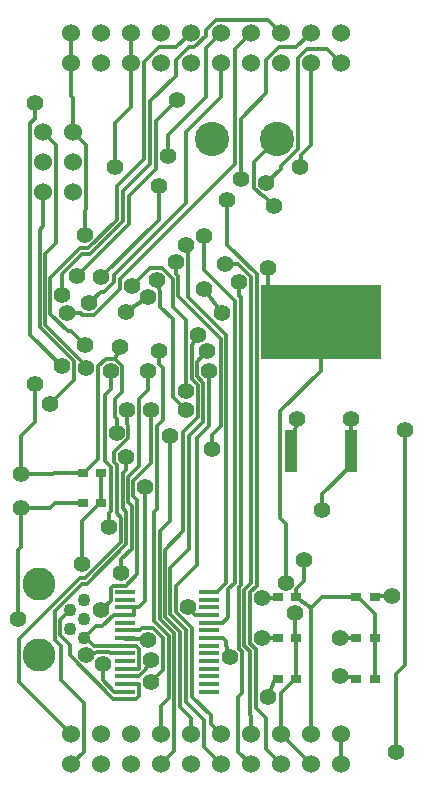
<source format=gbl>
*
*
G04 PADS 9.3.1 Build Number: 456998 generated Gerber (RS-274-X) file*
G04 PC Version=2.1*
*
%IN "BrainBoard.pcb"*%
*
%MOIN*%
*
%FSLAX35Y35*%
*
*
*
*
G04 PC Standard Apertures*
*
*
G04 Thermal Relief Aperture macro.*
%AMTER*
1,1,$1,0,0*
1,0,$1-$2,0,0*
21,0,$3,$4,0,0,45*
21,0,$3,$4,0,0,135*
%
*
*
G04 Annular Aperture macro.*
%AMANN*
1,1,$1,0,0*
1,0,$2,0,0*
%
*
*
G04 Odd Aperture macro.*
%AMODD*
1,1,$1,0,0*
1,0,$1-0.005,0,0*
%
*
*
G04 PC Custom Aperture Macros*
*
*
*
*
*
*
G04 PC Aperture Table*
*
%ADD010C,0.001*%
%ADD016R,0.038X0.03*%
%ADD026C,0.06*%
%ADD030R,0.07087X0.01772*%
%ADD037C,0.055*%
%ADD168C,0.04331*%
%ADD169C,0.11024*%
%ADD175C,0.11417*%
%ADD191C,0.012*%
%ADD192R,0.04X0.14*%
%ADD193R,0.4X0.25*%
*
*
*
*
G04 PC Circuitry*
G04 Layer Name BrainBoard.pcb - circuitry*
%LPD*%
*
*
G04 PC Custom Flashes*
G04 Layer Name BrainBoard.pcb - flashes*
%LPD*%
*
*
G04 PC Circuitry*
G04 Layer Name BrainBoard.pcb - circuitry*
%LPD*%
*
G54D10*
G54D16*
G01X31163Y95504D03*
X24963D03*
Y105504D03*
X31163D03*
X96163Y36754D03*
X89963D03*
X96163Y50504D03*
X89963D03*
X122413Y36754D03*
X116213D03*
X122413Y50504D03*
X116213D03*
Y64254D03*
X122413D03*
X96163Y64126D03*
X89963D03*
G54D26*
X11813Y219254D03*
X21813D03*
X11813Y209254D03*
X21813D03*
X11813Y199254D03*
X21813D03*
X21067Y8508D03*
Y18508D03*
X31067Y8508D03*
Y18508D03*
X41067Y8508D03*
Y18508D03*
X51067Y8508D03*
Y18508D03*
X61067Y8508D03*
Y18508D03*
X71067Y8508D03*
Y18508D03*
X81067Y8508D03*
Y18508D03*
X91067Y8508D03*
Y18508D03*
X101067Y8508D03*
Y18508D03*
X111067Y8508D03*
Y18508D03*
X21067Y242258D03*
Y252258D03*
X31067Y242258D03*
Y252258D03*
X41067Y242258D03*
Y252258D03*
X51067Y242258D03*
Y252258D03*
X61067Y242258D03*
Y252258D03*
X71067Y242258D03*
Y252258D03*
X81067Y242258D03*
Y252258D03*
X91067Y242258D03*
Y252258D03*
X101067Y242258D03*
Y252258D03*
X111067Y242258D03*
Y252258D03*
G54D30*
X67039Y65888D03*
Y63329D03*
Y60770D03*
Y58211D03*
Y55652D03*
Y53093D03*
Y50533D03*
Y47974D03*
Y45415D03*
Y42856D03*
Y40297D03*
Y37738D03*
Y35179D03*
Y32620D03*
X39087D03*
Y35179D03*
Y37738D03*
Y40297D03*
Y42856D03*
Y45415D03*
Y47974D03*
Y50533D03*
Y53093D03*
Y55652D03*
Y58211D03*
Y60770D03*
Y63329D03*
Y65888D03*
G54D37*
X129512Y12598D03*
X47874Y35780D03*
X86677Y30740D03*
X110866Y37795D03*
X26205Y44850D03*
X31748Y41827D03*
X47874Y43339D03*
X74079Y44346D03*
X3528Y56945D03*
X46866Y49890D03*
X84661Y50394D03*
X110866D03*
X31244Y59969D03*
X59969Y60976D03*
X84661Y64000D03*
X95748Y58961D03*
X128000Y64504D03*
X24693Y75087D03*
X37795Y72063D03*
X92724Y69039D03*
X98772Y76598D03*
X33764Y87685D03*
X4535Y93732D03*
X104819Y93228D03*
X4535Y105323D03*
X45858Y100787D03*
X39307Y110866D03*
X53921Y117921D03*
X68031Y113386D03*
X36283Y118929D03*
X39811Y126488D03*
X47874D03*
X59465D03*
X96252Y123465D03*
X114394D03*
X132535Y119937D03*
X9071Y135055D03*
X14110Y128504D03*
X59465Y133039D03*
X18142Y141102D03*
X25701Y148157D03*
X26205Y140598D03*
X37291Y147654D03*
X34268Y139591D03*
X46866D03*
X50394Y146142D03*
X66520D03*
X67024Y139591D03*
X63496Y151685D03*
X19654Y158740D03*
X18142Y164787D03*
X27213Y162268D03*
X39307Y159244D03*
X41323Y167811D03*
X46866Y164283D03*
X71559Y158740D03*
X65512Y166803D03*
X23181Y171339D03*
X31244Y170835D03*
X49890Y169827D03*
X55937Y175874D03*
X72567Y175370D03*
X77102Y169323D03*
X86677Y173858D03*
X25701Y184945D03*
X59465Y181417D03*
X65512Y184441D03*
X73071Y196535D03*
X88693Y194520D03*
X35780Y207622D03*
X50394Y201071D03*
X77606Y203591D03*
X86173Y202079D03*
X97260Y207622D03*
X53417Y211150D03*
X9071Y228787D03*
X56441Y229795D03*
G54D168*
X25563Y63102D03*
X20839Y59953D03*
X25563Y56803D03*
X20839Y53654D03*
X25563Y50504D03*
G54D169*
X10406Y44992D03*
Y68614D03*
G54D175*
X68063Y216754D03*
X89717D03*
G54D191*
X21067Y8508D02*
X25267Y12708D01*
Y28952*
X51067Y8508D02*
X55424Y12865D01*
Y52077*
X71067Y8508D02*
X65512Y14063D01*
Y23298*
X59465Y29345*
Y53212*
X54219Y58458*
X76867Y12708D02*
Y30898D01*
X78029Y32060*
X81067Y8508D02*
X76867Y12708D01*
X91067Y8508D02*
X86173Y13402D01*
Y23821*
X82646Y27349*
Y46736*
X80711Y48670*
X101067Y8508D02*
X91067Y18508D01*
X111067Y8508D02*
Y18508D01*
X129512Y12598D02*
Y38489D01*
X132535Y41513*
Y119937*
X21067Y18508D02*
X3694Y35881D01*
Y50113*
X51067Y18508D02*
Y28047D01*
X53624Y30604*
X61067Y18508D02*
Y23952D01*
X57449Y27571*
Y52636*
X52409Y57675*
X71067Y18508D02*
X67704Y21870D01*
Y24817*
X61480Y31042*
Y53802*
X56019Y59264*
X81067Y18508D02*
Y24545D01*
X80630Y24982*
Y46119*
X78911Y47837*
X91067Y18508D02*
Y32058D01*
X95763Y36754*
X96163*
X101067Y18508D02*
Y60693D01*
X25267Y28952D02*
X17638Y36581D01*
Y48019*
X15673Y49984*
Y59547*
X42829Y30236D02*
X43830Y31237D01*
Y35179*
X42829Y30236D02*
X35233D01*
X20661Y44808*
Y48308*
X17473Y51497*
X39087Y37738D02*
X43830D01*
X45852Y39761*
Y39774*
X47874Y43339*
X39087Y32620D02*
X35519D01*
X31748Y36392*
Y41827*
X43830Y35179D02*
X39087D01*
X47874Y35780D02*
X51824Y39730D01*
X53624Y30604D02*
Y51293D01*
X48809Y56108*
X78029Y32060D02*
Y46079D01*
X77111Y46996*
X86677Y30740D02*
X89012Y36754D01*
X89963*
X96163D02*
Y50504D01*
X116213Y36754D02*
Y37654D01*
X114913*
X110866Y37795*
X122413Y36754D02*
Y50504D01*
X26205Y44850D02*
X30236Y45858D01*
X33602*
X39087Y47974D02*
X28667D01*
X25850Y50791*
X39087Y45415D02*
X34044D01*
X33602Y45858*
X39087Y40297D02*
X43830D01*
Y46798*
X42754Y47874*
X39187*
X39087Y47974*
X51824Y39730D02*
Y50518D01*
X48421Y53921*
X77111Y46996D02*
Y67597D01*
X77606Y68092*
X78911Y47837D02*
Y66602D01*
X81134Y68824*
X74079Y44346D02*
X72762Y48378D01*
Y49554*
X71783Y50533*
X67039*
X3694Y50113D02*
X24132Y70551D01*
X25744*
X37714Y82521*
Y90634*
X3528Y56945D02*
Y80001D01*
X4535Y81009*
Y93732*
X17473Y51497D02*
Y56587D01*
X20839Y59953*
X25850Y50791D02*
X25563Y50504D01*
X29510Y54451*
X31536*
X35296Y58211*
X39087*
X42030*
Y60770*
X39087Y53093D02*
X44022D01*
X44850Y53921*
X48421*
X48809Y56108D02*
Y92562D01*
X49890Y93642*
Y121197*
X51824Y123131*
X52409Y57675D02*
Y80037D01*
X58457Y86084*
Y119179*
X63415Y124137*
X46866Y49890D02*
X42030Y50248D01*
X39087*
Y50533*
X54219Y58458D02*
Y73858D01*
X60472Y80112*
Y117933*
X65215Y122676*
X55424Y52077D02*
X50609Y56891D01*
Y86300*
X67039Y55652D02*
X71783D01*
X73575Y57444*
Y66913*
X75591Y68929*
X67039Y58211D02*
X62296D01*
X59969Y60538*
Y60976*
X80711Y48670D02*
Y65746D01*
X82934Y67969*
X84661Y50394D02*
X89963D01*
Y50504*
X96163D02*
X95748D01*
Y58961*
X110866Y50394D02*
X116213D01*
Y50504*
X122413D02*
Y58454D01*
X116613Y64254*
X116213*
X15673Y59547D02*
X24662Y68535D01*
X26273*
X39514Y81776*
Y92668*
X31244Y59969D02*
X34268Y62992D01*
Y67195*
X35104Y68031*
X39350*
X43123Y71804*
Y96688*
X42030Y60770D02*
X39087D01*
X43830*
X45858Y62798*
Y100787*
X56019Y59264D02*
Y67803D01*
X62992Y74776*
Y117074*
X67024Y121105*
Y139591*
X67039Y65888D02*
X69697D01*
X72774Y68965*
X77606Y68092D02*
Y164170D01*
X77102Y164673*
Y169323*
X82934Y67969D02*
Y171819D01*
X73071Y181682*
Y196535*
X84661Y64000D02*
X89963D01*
Y64126*
X101067Y60693D02*
X104628Y64254D01*
X116213*
X101067Y60693D02*
X96183Y64126D01*
X96163*
Y66859*
X98772Y69468*
Y76598*
X122413Y64254D02*
Y64504D01*
X128000*
X24693Y75087D02*
Y89434D01*
X30763Y95504*
X31163*
X37795Y72063D02*
Y76762D01*
X41323Y80290*
Y94693*
X72774Y68965D02*
Y151472D01*
X59969Y164277*
Y181417*
X59465*
X75591Y68929D02*
Y162975D01*
X65512Y173054*
Y184441*
X81134Y68824D02*
Y170877D01*
X76641Y175370*
X72567*
X92724Y69039D02*
Y88442D01*
X90709Y90458*
Y126104*
X33764Y87685D02*
Y92321D01*
X34263Y92821*
Y107594*
X50609Y86300D02*
X53921Y89611D01*
Y117921*
X4535Y93732D02*
X14110D01*
X15882Y95504*
X24963*
X31163D02*
Y105504D01*
X43123Y96688D02*
X41908Y97902D01*
Y102911*
X41323Y94693D02*
X40108Y95908D01*
Y104144*
X39514Y92668D02*
X38299Y93883D01*
Y105394*
X37714Y90634D02*
X36283Y92064D01*
Y108211*
X35357Y109138*
Y112502*
X104819Y93228D02*
Y98510D01*
X114313Y108004*
Y113004*
X4535Y105323D02*
Y117921D01*
X9071Y122457*
Y135055*
X4535Y105323D02*
X15084D01*
X15265Y105504*
X24963*
X25363*
X30236Y110377*
Y141145*
X32713Y143622*
X35822*
X34263Y107594D02*
X32333Y109523D01*
Y131518*
X38299Y105394D02*
X39307Y106402D01*
Y110866*
X40108Y104144D02*
X43843Y107878D01*
Y130330*
X46866Y133354*
Y139591*
X41908Y102911D02*
X47874Y108877D01*
Y126488*
X35357Y112502D02*
X37752Y114898D01*
X37838*
X40233Y117293*
Y121341*
X68031Y113386D02*
Y118163D01*
X70974Y121105*
X94313Y113004D02*
X95713D01*
Y119404*
X96252Y123465*
X114313Y113004D02*
X114394D01*
Y123465*
X40233Y121341D02*
X39811Y121763D01*
Y126488*
X36283Y118929D02*
Y123654D01*
X35861Y124077*
Y130312*
X51824Y123131D02*
Y140490D01*
X50394Y141920*
Y146142*
X63415Y124137D02*
Y134807D01*
X61274Y136948*
X59465Y126488D02*
X54929Y131024D01*
Y156946*
X50898Y160977*
Y165795*
X49890Y169827*
X65215Y122676D02*
Y135685D01*
X63074Y137826*
X70974Y121105D02*
Y150260D01*
X56734Y164500*
Y171121*
X55937Y171918*
Y175874*
X90709Y126104D02*
X104313Y139708D01*
Y156004*
X22092Y136485D02*
Y142739D01*
X10583Y154248*
X14110Y128504D02*
X22092Y136485D01*
X32333Y131518D02*
X34268Y133452D01*
Y139591*
X35861Y130312D02*
X38218Y132669D01*
Y141227*
X63074Y137826D02*
Y142696D01*
X66520Y146142*
X61274Y136948D02*
Y148321D01*
X63496Y151685*
X59465Y133039D02*
Y156442D01*
X54929Y160977*
Y170374*
X51444Y173858*
X18142Y141102D02*
X7559Y151685D01*
X26491Y140885D02*
X12392Y154984D01*
X25701Y148157D02*
X20988Y152870D01*
X19937*
X14192Y158616*
Y170481*
X26205Y140598D02*
X26491Y140885D01*
X37291Y147654D02*
X35822Y143622D01*
X38218Y141227*
X10583Y154248D02*
Y186538D01*
X11813Y187768*
Y199254*
X7559Y151685D02*
Y222133D01*
X9071Y223644*
Y228787*
X12392Y154984D02*
Y178516D01*
X16126Y182250*
X28767Y158236D02*
X37291Y166760D01*
Y170173*
X75591Y208473*
Y246781*
X81067Y252258*
X28767Y158236D02*
X24883D01*
X24379Y158740*
X19654*
X104313Y156004D02*
X86677D01*
Y173858*
X18142Y164787D02*
Y171885D01*
X24650Y178394*
X27281*
X38299Y189412*
Y199549*
X47370Y208620*
Y229466*
X55937Y238033*
Y243068*
X60302Y247433*
X62182*
X66016Y251267*
Y253146*
X69373Y256504*
X86821*
X27213Y162268D02*
X30918Y165973D01*
X31968*
X35276Y169280*
Y171512*
X59465Y195701*
Y219210*
X71067Y230812*
Y242258*
X39307Y159244D02*
X46866Y164283D01*
X41323Y167811D02*
X47370Y173858D01*
X51444*
X71559Y158740D02*
X65512Y166803D01*
X14192Y170481D02*
X24120Y180409D01*
X26751*
X26751D02*
X36283Y189941D01*
Y201309*
X45354Y210380*
Y242485*
X50302Y247433*
X56242*
X61067Y252258*
X23181Y171339D02*
X40315Y188472D01*
Y197796*
X49386Y206867*
Y222740*
X56441Y229795*
X31244Y170835D02*
X50394Y189984D01*
Y201071*
X16126Y182250D02*
Y214941D01*
X11813Y219254*
X25701Y184945D02*
Y193048D01*
X26205Y193552*
Y214862*
X21813Y219254*
X88693Y194520D02*
X85492Y197721D01*
X84945*
X82142Y200524*
X35780Y207622D02*
Y222171D01*
X41067Y227459*
Y242258*
X82142Y200524D02*
Y209179D01*
X89717Y216754*
X77606Y203591D02*
Y223636D01*
X86173Y232203*
Y243304*
X90302Y247433*
X96242*
X101067Y252258*
X86173Y202079D02*
X91138Y207044D01*
Y207989*
X96756Y213607*
Y243887*
X99798Y246929*
X106396*
X97260Y207622D02*
X97764D01*
Y211654*
X101067Y214957*
Y242258*
X53417Y211150D02*
Y218214D01*
X66016Y230812*
Y247207*
X71067Y252258*
X21813Y219254D02*
Y230383D01*
X21067Y231129*
Y242258*
Y252258*
X41067Y242258D02*
Y252258D01*
X111067Y242258D02*
X106396Y246929D01*
X91067Y252258D02*
X86821Y256504D01*
G54D192*
X114313Y113004D03*
X94313D03*
G54D193*
X104313Y156004D03*
X0Y0D02*
M02*

</source>
